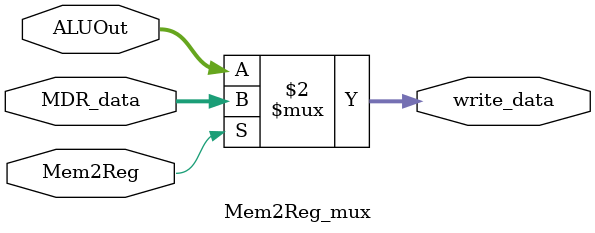
<source format=v>
`timescale 1ns / 1ps


module Mem2Reg_mux( //°ÑÄÄÀïµÄÊý¾ÝÐ´Èëreg file
      input [31:0] ALUOut, MDR_data,
      input Mem2Reg, //¿ØÖÆÐÅºÅ
      output [31:0] write_data
);
assign write_data = (Mem2Reg == 0) ? ALUOut: MDR_data;
endmodule

</source>
